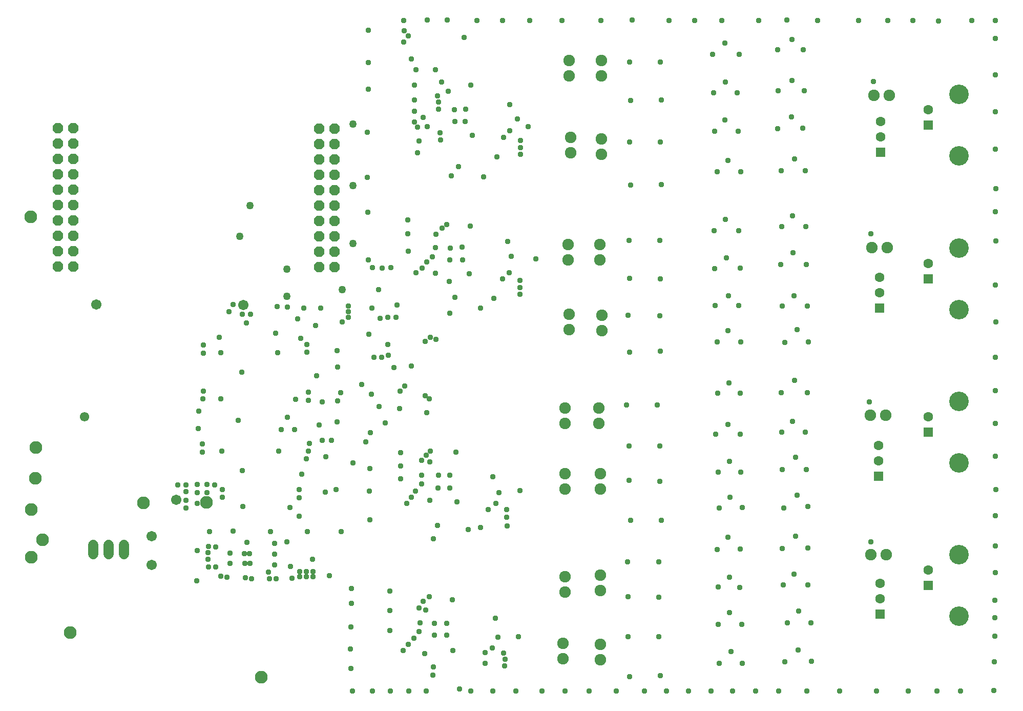
<source format=gbr>
G04 EAGLE Gerber RS-274X export*
G75*
%MOMM*%
%FSLAX34Y34*%
%LPD*%
%INSoldermask Bottom*%
%IPPOS*%
%AMOC8*
5,1,8,0,0,1.08239X$1,22.5*%
G01*
%ADD10P,1.852186X8X112.500000*%
%ADD11C,1.727200*%
%ADD12C,1.917700*%
%ADD13R,1.601200X1.601200*%
%ADD14C,1.601200*%
%ADD15C,3.218200*%
%ADD16C,1.553200*%
%ADD17C,1.703200*%
%ADD18C,0.959600*%
%ADD19C,2.108200*%
%ADD20C,1.259600*%


D10*
X515620Y716915D03*
X541020Y716915D03*
X515620Y742315D03*
X541020Y742315D03*
X515620Y767715D03*
X541020Y767715D03*
X515620Y793115D03*
X541020Y793115D03*
X515620Y818515D03*
X541020Y818515D03*
X515620Y843915D03*
X541020Y843915D03*
X515620Y869315D03*
X541020Y869315D03*
X515620Y894715D03*
X541020Y894715D03*
X515620Y920115D03*
X541020Y920115D03*
X515620Y945515D03*
X541020Y945515D03*
X83820Y717550D03*
X109220Y717550D03*
X83820Y742950D03*
X109220Y742950D03*
X83820Y768350D03*
X109220Y768350D03*
X83820Y793750D03*
X109220Y793750D03*
X83820Y819150D03*
X109220Y819150D03*
X83820Y844550D03*
X109220Y844550D03*
X83820Y869950D03*
X109220Y869950D03*
X83820Y895350D03*
X109220Y895350D03*
X83820Y920750D03*
X109220Y920750D03*
X83820Y946150D03*
X109220Y946150D03*
D11*
X142240Y257810D02*
X142240Y242570D01*
X167640Y242570D02*
X167640Y257810D01*
X193040Y257810D02*
X193040Y242570D01*
D12*
X922020Y180340D03*
X922020Y205740D03*
X980440Y68580D03*
X980440Y93980D03*
X980440Y182880D03*
X980440Y208280D03*
X918210Y95250D03*
X918210Y69850D03*
X977900Y458470D03*
X977900Y483870D03*
X980440Y350520D03*
X980440Y375920D03*
X922020Y458470D03*
X922020Y483870D03*
X922020Y375920D03*
X922020Y350520D03*
X979170Y728980D03*
X979170Y754380D03*
X982980Y612140D03*
X982980Y637540D03*
X927100Y728980D03*
X927100Y754380D03*
X928370Y638810D03*
X928370Y613410D03*
X981710Y1032510D03*
X981710Y1057910D03*
X981710Y902970D03*
X981710Y928370D03*
X928370Y1032510D03*
X928370Y1057910D03*
X930910Y930910D03*
X930910Y905510D03*
D13*
X1522095Y191535D03*
D14*
X1522095Y216935D03*
D15*
X1572895Y242335D03*
X1572895Y140735D03*
D13*
X1522095Y444500D03*
D14*
X1522095Y469900D03*
D15*
X1572895Y495300D03*
X1572895Y393700D03*
D13*
X1522095Y697865D03*
D14*
X1522095Y723265D03*
D15*
X1572895Y748665D03*
X1572895Y647065D03*
D13*
X1522095Y951865D03*
D14*
X1522095Y977265D03*
D15*
X1572895Y1002665D03*
X1572895Y901065D03*
D12*
X1452880Y241700D03*
X1427480Y241700D03*
X1451610Y472440D03*
X1426210Y472440D03*
X1454150Y749300D03*
X1428750Y749300D03*
X1457960Y1000760D03*
X1432560Y1000760D03*
D13*
X1442085Y143910D03*
D14*
X1442085Y169310D03*
X1442085Y194710D03*
D13*
X1441450Y649605D03*
D14*
X1441450Y675005D03*
X1441450Y700405D03*
D13*
X1443355Y906780D03*
D14*
X1443355Y932180D03*
X1443355Y957580D03*
D13*
X1440180Y371475D03*
D14*
X1440180Y396875D03*
X1440180Y422275D03*
D16*
X127635Y469900D03*
D17*
X147320Y655320D03*
D18*
X482600Y349250D03*
X499110Y425450D03*
X497840Y510540D03*
X495300Y589280D03*
X485140Y599440D03*
X445770Y651510D03*
X563245Y643255D03*
X563880Y652780D03*
D17*
X238760Y272415D03*
X238760Y224790D03*
D18*
X316230Y479425D03*
X315595Y450215D03*
X381635Y464185D03*
X313690Y344170D03*
X389255Y321945D03*
X401955Y639445D03*
X387350Y543560D03*
X387985Y381000D03*
D17*
X389890Y654685D03*
D18*
X394970Y624840D03*
X373380Y655320D03*
X388620Y639445D03*
X313690Y358140D03*
X313690Y327025D03*
X329565Y344170D03*
X329565Y358140D03*
X342900Y357505D03*
D19*
X46990Y419100D03*
X224790Y327660D03*
X328930Y328295D03*
D18*
X354330Y412750D03*
X355600Y336550D03*
X353060Y575310D03*
X353060Y499110D03*
X321945Y411480D03*
X350520Y600710D03*
X323850Y574675D03*
X323215Y499110D03*
X685165Y715010D03*
X667385Y336550D03*
X662940Y93980D03*
X535940Y430530D03*
X680720Y925195D03*
X619760Y715645D03*
X675640Y708025D03*
X660400Y326390D03*
X654050Y83820D03*
X585470Y523240D03*
X677545Y906145D03*
X633730Y716280D03*
X693420Y725170D03*
X674370Y346710D03*
X671830Y104140D03*
X694055Y949325D03*
X629754Y571040D03*
X545374Y579328D03*
X697230Y172720D03*
X699135Y413385D03*
X726440Y787400D03*
X592455Y427990D03*
X551180Y509270D03*
X717550Y1022350D03*
X675005Y1042670D03*
D20*
X384175Y767715D03*
X400685Y818515D03*
D18*
X680720Y153670D03*
X684530Y397510D03*
X708660Y770890D03*
X486410Y374650D03*
X712470Y989330D03*
X668020Y553720D03*
X678180Y948055D03*
X603250Y716280D03*
X571500Y393700D03*
D20*
X462280Y713740D03*
X462280Y668655D03*
X570865Y755650D03*
X553720Y680085D03*
X570865Y851535D03*
X570865Y953135D03*
D18*
X687070Y165100D03*
X692150Y406400D03*
X718820Y781050D03*
X711200Y999490D03*
X707390Y1043305D03*
X632460Y181610D03*
X650240Y410210D03*
X661670Y795020D03*
X673100Y1017270D03*
X628650Y589280D03*
X618490Y567690D03*
X628650Y633730D03*
X642620Y633730D03*
X654685Y1088390D03*
X655955Y1107440D03*
X755015Y1096010D03*
X662305Y1098550D03*
X648970Y512445D03*
X624205Y459740D03*
X515620Y455930D03*
X494030Y400050D03*
X366395Y643255D03*
X323850Y512445D03*
X323850Y588010D03*
X295275Y318770D03*
X295275Y346075D03*
X295275Y357505D03*
X281305Y357505D03*
X295275Y331470D03*
X322580Y424815D03*
X355600Y349250D03*
D17*
X278765Y332740D03*
D18*
X693420Y476885D03*
X648335Y483235D03*
X745490Y882650D03*
X704215Y56515D03*
X711200Y290195D03*
X739775Y666750D03*
X715645Y927100D03*
X687070Y963930D03*
X466725Y320040D03*
X481965Y305435D03*
X525780Y345440D03*
X482600Y335915D03*
X448310Y412750D03*
X526415Y403860D03*
X497840Y413385D03*
X520065Y430530D03*
X474980Y448310D03*
X452755Y448310D03*
X462915Y468630D03*
X520065Y494030D03*
X476250Y498475D03*
X511175Y537845D03*
X480060Y631825D03*
X509270Y620395D03*
X446405Y575945D03*
X495300Y576580D03*
X497840Y497205D03*
X542925Y349250D03*
X544830Y461010D03*
X546100Y495935D03*
X545465Y551815D03*
X553085Y626110D03*
X563245Y633730D03*
X518160Y649605D03*
X489585Y649605D03*
X462915Y650875D03*
X443230Y607695D03*
X1431290Y1023620D03*
X1427480Y772160D03*
X1424940Y494030D03*
X1427480Y263290D03*
X848360Y914400D03*
X847090Y683260D03*
X822325Y69215D03*
X830580Y985520D03*
X826770Y759460D03*
X802640Y370840D03*
X806450Y137160D03*
X801370Y87630D03*
X844550Y106680D03*
X807720Y326390D03*
X847090Y347980D03*
X829310Y707390D03*
X873760Y730250D03*
X830580Y942340D03*
X861060Y948690D03*
X765810Y1017270D03*
X768350Y934720D03*
X787400Y866140D03*
X765175Y784860D03*
X763270Y706120D03*
X782320Y648970D03*
X741680Y411480D03*
X742950Y328930D03*
X762000Y283210D03*
X735330Y167640D03*
X736600Y83820D03*
X747395Y20320D03*
X715010Y938530D03*
X707390Y706755D03*
X698500Y331470D03*
X689610Y78740D03*
X730250Y693420D03*
X681990Y129540D03*
X684530Y373380D03*
X707390Y749300D03*
X632460Y149860D03*
X632460Y116840D03*
X650240Y388620D03*
X650240Y367030D03*
X661670Y772160D03*
X662940Y742950D03*
X673100Y974090D03*
X673100Y993140D03*
X702310Y734060D03*
X684530Y358775D03*
X680085Y114935D03*
X697230Y499110D03*
X690880Y504190D03*
X614680Y487045D03*
X708025Y597535D03*
X597535Y606425D03*
X605790Y567690D03*
X673100Y956310D03*
X615950Y632460D03*
X643890Y654050D03*
X712470Y977900D03*
X352425Y206375D03*
X431800Y213360D03*
X734060Y867410D03*
X730885Y640715D03*
X704215Y268605D03*
X702945Y43180D03*
X825500Y303530D03*
X825500Y316230D03*
X826135Y289560D03*
X819785Y79375D03*
X821690Y58420D03*
X810895Y106045D03*
X789940Y80010D03*
X794385Y316230D03*
X812165Y344170D03*
X847090Y671830D03*
X847090Y694690D03*
X833120Y734695D03*
X818515Y697230D03*
X848360Y902970D03*
X848360Y925830D03*
X819785Y931545D03*
X842645Y962025D03*
X690880Y594360D03*
X699135Y601345D03*
X668020Y1060450D03*
X1176655Y62230D03*
X1195705Y81915D03*
X1214755Y62865D03*
X1285240Y64770D03*
X1306830Y84455D03*
X1329055Y66040D03*
X1289050Y129540D03*
X1308100Y148590D03*
X1327785Y129540D03*
X1174750Y127000D03*
X1214120Y127000D03*
X1193165Y146050D03*
X1174750Y188595D03*
X1193165Y204470D03*
X1210310Y187960D03*
X1282700Y191770D03*
X1322705Y191770D03*
X1299845Y210185D03*
X1280795Y252095D03*
X1302385Y272415D03*
X1322705Y252730D03*
X1172845Y250825D03*
X1211580Y251460D03*
X1190625Y271145D03*
X1176655Y318770D03*
X1194435Y337185D03*
X1214755Y320040D03*
X1283335Y319405D03*
X1304925Y340360D03*
X1323340Y321310D03*
X1320800Y382270D03*
X1302385Y403225D03*
X1280795Y382270D03*
X1212215Y378460D03*
X1174750Y378460D03*
X1193165Y396240D03*
X1170940Y440690D03*
X1190625Y457200D03*
X1210945Y440690D03*
X1280160Y444500D03*
X1318895Y444500D03*
X1297305Y462280D03*
X1322070Y509270D03*
X1278890Y509270D03*
X1301115Y529590D03*
X1210945Y508635D03*
X1174115Y508635D03*
X1192530Y525780D03*
X1284605Y592455D03*
X1323975Y593090D03*
X1304925Y614045D03*
X1172845Y593090D03*
X1212215Y593090D03*
X1191260Y612140D03*
X1169670Y653415D03*
X1191895Y669925D03*
X1209040Y653415D03*
X1169035Y714375D03*
X1188085Y732155D03*
X1210945Y715010D03*
X1278255Y721360D03*
X1298575Y740410D03*
X1320165Y721360D03*
X1279525Y783590D03*
X1319530Y783590D03*
X1297940Y802005D03*
X1167765Y777240D03*
X1186815Y795655D03*
X1208405Y777240D03*
X1280795Y652780D03*
X1300480Y669290D03*
X1322070Y652780D03*
X1173480Y874395D03*
X1191260Y892810D03*
X1212215Y874395D03*
X1278890Y876300D03*
X1301115Y895350D03*
X1318895Y876300D03*
X1314450Y946150D03*
X1273175Y945515D03*
X1296035Y965200D03*
X1207770Y941070D03*
X1169035Y941070D03*
X1186180Y960120D03*
X1167130Y1004570D03*
X1186815Y1022350D03*
X1206500Y1004570D03*
X1273810Y1008380D03*
X1296670Y1025525D03*
X1316990Y1008380D03*
X1315085Y1075690D03*
X1296670Y1092835D03*
X1273175Y1075690D03*
X1209675Y1068705D03*
X1165860Y1068705D03*
X1186180Y1087120D03*
X570230Y17145D03*
X603250Y16510D03*
X633095Y16510D03*
X663575Y16510D03*
X692150Y16510D03*
X765810Y17145D03*
X802005Y17145D03*
X840105Y17145D03*
X883920Y17145D03*
X922020Y16510D03*
X961390Y16510D03*
X1006475Y16510D03*
X1052830Y17145D03*
X1089660Y17145D03*
X1125855Y17145D03*
X1163320Y17145D03*
X1198880Y17145D03*
X1236980Y17145D03*
X1275080Y17145D03*
X1321435Y17145D03*
X1375410Y17145D03*
X1436370Y16510D03*
X1489075Y16510D03*
X1536065Y16510D03*
X1575435Y17145D03*
X1630045Y17780D03*
X1631315Y65405D03*
X1631950Y107315D03*
X1631950Y137795D03*
X1631950Y167005D03*
X1633220Y212090D03*
X1633220Y256540D03*
X1633220Y306705D03*
X1633855Y349250D03*
X1633220Y404495D03*
X1633220Y459105D03*
X1633220Y513080D03*
X1633220Y568325D03*
X1633855Y626110D03*
X1633220Y687705D03*
X1633855Y760095D03*
X1633220Y808355D03*
X1633855Y846455D03*
X1633220Y911860D03*
X1633220Y973455D03*
X1632585Y1034415D03*
X1632585Y1094740D03*
X1632585Y1124585D03*
X1593850Y1124585D03*
X1538605Y1123315D03*
X1496695Y1123950D03*
X1455420Y1124585D03*
X1407160Y1124585D03*
X1339215Y1124585D03*
X1288415Y1125220D03*
X1241425Y1124585D03*
X1180465Y1124585D03*
X1136015Y1124585D03*
X1093470Y1124585D03*
X1032510Y1125220D03*
X981075Y1124585D03*
X916305Y1124585D03*
X862965Y1123950D03*
X818515Y1124585D03*
X775970Y1124585D03*
X727075Y1125220D03*
X694055Y1125220D03*
X655320Y1124585D03*
X596900Y1010920D03*
X594995Y939800D03*
X594995Y864870D03*
X602615Y648970D03*
X613410Y680085D03*
X601980Y506730D03*
X600075Y443865D03*
X598170Y347345D03*
X599440Y384175D03*
X598805Y299720D03*
X551815Y280035D03*
X568325Y186055D03*
X568325Y161925D03*
X567690Y122555D03*
X567055Y86360D03*
X567690Y53975D03*
X313690Y248920D03*
X313055Y198755D03*
X332105Y221615D03*
X344170Y221615D03*
X331470Y234315D03*
X331470Y245745D03*
X332105Y255270D03*
X344170Y254635D03*
X483235Y213995D03*
X494030Y213995D03*
X504825Y213995D03*
X494030Y205740D03*
X504825Y205740D03*
X504190Y234315D03*
X483235Y205740D03*
X495935Y280035D03*
X434975Y280035D03*
X372745Y280670D03*
X334010Y280035D03*
X393700Y203835D03*
X403225Y201930D03*
X362585Y204470D03*
X433070Y201930D03*
X443865Y202565D03*
X470535Y203200D03*
X596265Y1054735D03*
X596265Y1108075D03*
X595630Y807720D03*
X596265Y728980D03*
X532130Y207010D03*
X656590Y520700D03*
X728980Y1007110D03*
X697865Y394970D03*
X691515Y150495D03*
X1079500Y1055370D03*
X1080770Y993140D03*
X1079500Y923290D03*
X1080770Y853440D03*
X1078230Y760730D03*
X1079500Y697230D03*
X1078230Y636270D03*
X1079500Y577850D03*
X1074420Y488950D03*
X1078230Y421640D03*
X1078230Y363220D03*
X1080770Y298450D03*
X1076960Y229870D03*
X1076960Y171450D03*
X1076960Y106680D03*
X1079500Y41910D03*
X789940Y62865D03*
X782320Y287020D03*
X803910Y665480D03*
X808990Y899160D03*
X367665Y227330D03*
X367665Y244475D03*
X391795Y243840D03*
X400050Y243840D03*
X400685Y227965D03*
X392430Y227965D03*
X396240Y262255D03*
X1028700Y1055370D03*
X1029970Y991870D03*
X1028700Y923290D03*
X1029970Y852170D03*
X1027430Y760730D03*
X1028700Y698500D03*
X1026160Y637540D03*
X1028700Y576580D03*
X1023620Y488950D03*
X1027430Y421640D03*
X1027430Y364490D03*
X1029970Y298450D03*
X1024890Y229870D03*
X1026160Y172720D03*
X1026160Y106680D03*
X1028700Y40640D03*
X441960Y260985D03*
X441960Y242570D03*
X441960Y225425D03*
X467995Y222885D03*
X706120Y128905D03*
X725805Y128905D03*
X706120Y109220D03*
X726440Y109220D03*
X739140Y977265D03*
X757555Y977900D03*
X756920Y957580D03*
X739775Y957580D03*
X711835Y352425D03*
X731520Y352425D03*
X712470Y373380D03*
X731520Y373380D03*
X751840Y749935D03*
X731520Y728980D03*
X732155Y748030D03*
X752475Y728980D03*
X461645Y262890D03*
D19*
X58420Y266700D03*
X39370Y316865D03*
X39370Y237490D03*
X38735Y800100D03*
X103505Y113030D03*
X419735Y39370D03*
X46355Y368300D03*
D18*
X639095Y550723D03*
M02*

</source>
